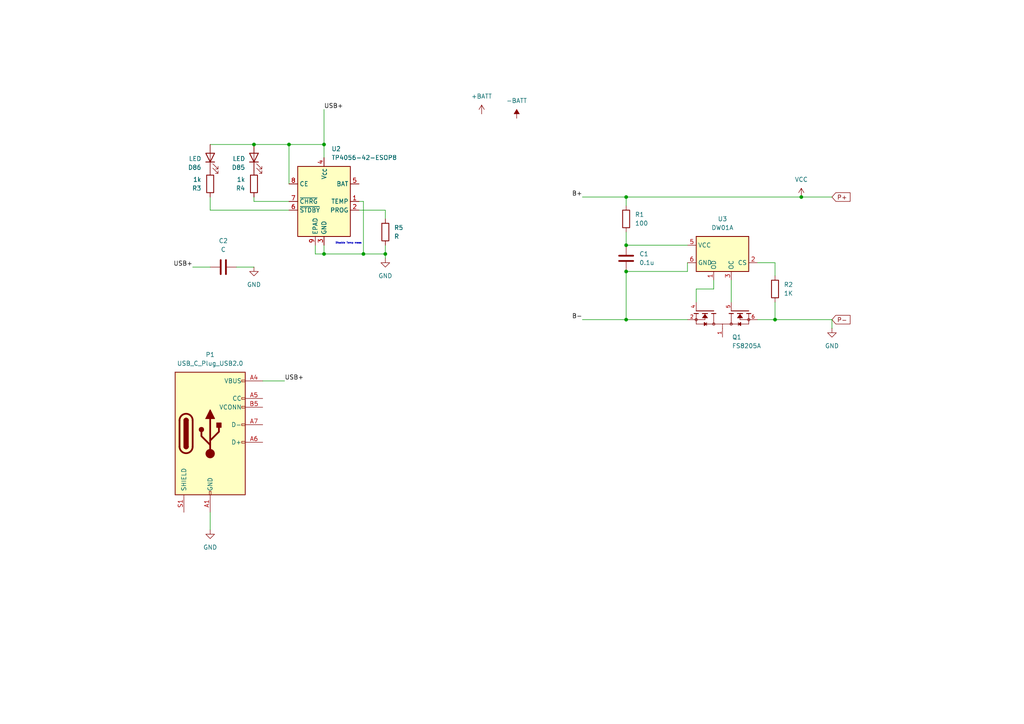
<source format=kicad_sch>
(kicad_sch (version 20250114) (generator "eeschema") (generator_version "9.0")
  (paper "A4")
  (lib_symbols
    (symbol "Battery_Management:DW01A"
      (property "Reference" "U" (at -6.604 6.35 0))
      (property "Value" "DW01A" (at 4.318 6.604 0))
      (symbol "DW01A_0_1"
        (pin power_in line (at -10.16 2.54 0) (length 2.54) (name "VCC") (number "5"))
        (pin power_in line (at -10.16 -2.54 0) (length 2.54) (name "GND") (number "6"))
        (pin output line (at -2.54 -7.62 90) (length 2.54) (name "OD") (number "1"))
        (pin output line (at 2.54 -7.62 90) (length 2.54) (name "OC") (number "3"))
        (pin input line (at 10.16 -2.54 180) (length 2.54) (name "CS") (number "2"))
      )
      (symbol "DW01A_1_1"
        (rectangle (start -7.62 5.08) (end 7.62 -5.08) (stroke (width 0.254)) (fill (type background)))
        (pin no_connect line (at 10.16 2.54 180) (length 2.54) (hide yes) (name "TD") (number "4"))
      )
    )
    (symbol "Battery_Management:TP4056-42-ESOP8"
      (property "Reference" "U" (at -6.604 11.684 0))
      (property "Value" "TP4056-42-ESOP8" (at 10.16 11.684 0))
      (symbol "TP4056-42-ESOP8_1_0"
        (pin input line (at -10.16 5.08 0) (length 2.54) (name "CE") (number "8"))
        (pin open_collector line (at -10.16 0 0) (length 2.54) (name "~{CHRG}") (number "7"))
        (pin open_collector line (at -10.16 -2.54 0) (length 2.54) (name "~{STDBY}") (number "6"))
        (pin passive line (at -2.54 -12.7 90) (length 2.54) (name "EPAD") (number "9"))
        (pin power_in line (at 0 12.7 270) (length 2.54) (name "V_{CC}") (number "4"))
        (pin power_in line (at 0 -12.7 90) (length 2.54) (name "GND") (number "3"))
        (pin power_out line (at 10.16 5.08 180) (length 2.54) (name "BAT") (number "5"))
        (pin input line (at 10.16 0 180) (length 2.54) (name "TEMP") (number "1"))
        (pin passive line (at 10.16 -2.54 180) (length 2.54) (name "PROG") (number "2"))
      )
      (symbol "TP4056-42-ESOP8_1_1"
        (rectangle (start -7.62 10.16) (end 7.62 -10.16) (stroke (width 0.254)) (fill (type background)))
      )
    )
    (symbol "Connector:USB_C_Plug_USB2.0" (pin_names (offset 1.016))
      (property "Reference" "P" (at -10.16 19.05 0))
      (property "Value" "USB_C_Plug_USB2.0" (at 12.7 19.05 0))
      (symbol "USB_C_Plug_USB2.0_0_0"
        (rectangle (start -0.254 -17.78) (end 0.254 -16.764))
        (rectangle (start 10.16 15.494) (end 9.144 14.986))
        (rectangle (start 10.16 10.414) (end 9.144 9.906))
        (rectangle (start 10.16 7.874) (end 9.144 7.366))
        (rectangle (start 10.16 2.794) (end 9.144 2.286))
        (rectangle (start 10.16 -2.286) (end 9.144 -2.794))
      )
      (symbol "USB_C_Plug_USB2.0_0_1"
        (rectangle (start -10.16 17.78) (end 10.16 -17.78) (stroke (width 0.254)) (fill (type background)))
        (polyline (pts (xy -8.89 -3.81) (xy -8.89 3.81)) (stroke (width 0.508)))
        (rectangle (start -7.62 -3.81) (end -6.35 3.81) (stroke (width 0.254)) (fill (type outline)))
        (arc (start -7.62 3.81) (mid -6.985 4.4423) (end -6.35 3.81) (stroke (width 0.254)))
        (arc (start -7.62 3.81) (mid -6.985 4.4423) (end -6.35 3.81) (stroke (width 0.254)) (fill (type outline)))
        (arc (start -8.89 3.81) (mid -6.985 5.7067) (end -5.08 3.81) (stroke (width 0.508)))
        (arc (start -5.08 -3.81) (mid -6.985 -5.7067) (end -8.89 -3.81) (stroke (width 0.508)))
        (arc (start -6.35 -3.81) (mid -6.985 -4.4423) (end -7.62 -3.81) (stroke (width 0.254)))
        (arc (start -6.35 -3.81) (mid -6.985 -4.4423) (end -7.62 -3.81) (stroke (width 0.254)) (fill (type outline)))
        (polyline (pts (xy -5.08 3.81) (xy -5.08 -3.81)) (stroke (width 0.508)))
        (circle (center -2.54 1.143) (radius 0.635) (stroke (width 0.254)) (fill (type outline)))
        (polyline (pts (xy -1.27 4.318) (xy 0 6.858) (xy 1.27 4.318) (xy -1.27 4.318)) (stroke (width 0.254)) (fill (type outline)))
        (polyline (pts (xy 0 -2.032) (xy 2.54 0.508) (xy 2.54 1.778)) (stroke (width 0.508)))
        (polyline (pts (xy 0 -3.302) (xy -2.54 -0.762) (xy -2.54 0.508)) (stroke (width 0.508)))
        (polyline (pts (xy 0 -5.842) (xy 0 4.318)) (stroke (width 0.508)))
        (circle (center 0 -5.842) (radius 1.27) (fill (type outline)))
        (rectangle (start 1.905 1.778) (end 3.175 3.048) (stroke (width 0.254)) (fill (type outline)))
      )
      (symbol "USB_C_Plug_USB2.0_1_1"
        (pin passive line (at -7.62 -22.86 90) (length 5.08) (name "SHIELD") (number "S1"))
        (pin passive line (at 0 -22.86 90) (length 5.08) (name "GND") (number "A1"))
        (pin passive line (at 0 -22.86 90) (length 5.08) (hide yes) (name "GND") (number "A12"))
        (pin passive line (at 0 -22.86 90) (length 5.08) (hide yes) (name "GND") (number "B1"))
        (pin passive line (at 0 -22.86 90) (length 5.08) (hide yes) (name "GND") (number "B12"))
        (pin passive line (at 15.24 15.24 180) (length 5.08) (name "VBUS") (number "A4"))
        (pin passive line (at 15.24 15.24 180) (length 5.08) (hide yes) (name "VBUS") (number "A9"))
        (pin passive line (at 15.24 15.24 180) (length 5.08) (hide yes) (name "VBUS") (number "B4"))
        (pin passive line (at 15.24 15.24 180) (length 5.08) (hide yes) (name "VBUS") (number "B9"))
        (pin bidirectional line (at 15.24 10.16 180) (length 5.08) (name "CC") (number "A5"))
        (pin bidirectional line (at 15.24 7.62 180) (length 5.08) (name "VCONN") (number "B5"))
        (pin bidirectional line (at 15.24 2.54 180) (length 5.08) (name "D-") (number "A7"))
        (pin bidirectional line (at 15.24 -2.54 180) (length 5.08) (name "D+") (number "A6"))
      )
    )
    (symbol "Device:C" (pin_numbers (hide yes)) (pin_names (offset 0.254))
      (property "Reference" "C" (at 0.635 2.54 0))
      (property "Value" "C" (at 0.635 -2.54 0))
      (symbol "C_0_1"
        (polyline (pts (xy -2.032 0.762) (xy 2.032 0.762)) (stroke (width 0.508)))
        (polyline (pts (xy -2.032 -0.762) (xy 2.032 -0.762)) (stroke (width 0.508)))
      )
      (symbol "C_1_1"
        (pin passive line (at 0 3.81 270) (length 2.794) (name "~") (number "1"))
        (pin passive line (at 0 -3.81 90) (length 2.794) (name "~") (number "2"))
      )
    )
    (symbol "Device:LED" (pin_numbers (hide yes)) (pin_names (offset 1.016) (hide yes))
      (property "Reference" "D" (at 0 2.54 0))
      (property "Value" "LED" (at 0 -2.54 0))
      (symbol "LED_0_1"
        (polyline (pts (xy -3.048 -0.762) (xy -4.572 -2.286) (xy -3.81 -2.286) (xy -4.572 -2.286) (xy -4.572 -1.524)))
        (polyline (pts (xy -1.778 -0.762) (xy -3.302 -2.286) (xy -2.54 -2.286) (xy -3.302 -2.286) (xy -3.302 -1.524)))
        (polyline (pts (xy -1.27 0) (xy 1.27 0)))
        (polyline (pts (xy -1.27 -1.27) (xy -1.27 1.27)) (stroke (width 0.254)))
        (polyline (pts (xy 1.27 -1.27) (xy 1.27 1.27) (xy -1.27 0) (xy 1.27 -1.27)) (stroke (width 0.254)))
      )
      (symbol "LED_1_1"
        (pin passive line (at -3.81 0 0) (length 2.54) (name "K") (number "1"))
        (pin passive line (at 3.81 0 180) (length 2.54) (name "A") (number "2"))
      )
    )
    (symbol "Device:R" (pin_numbers (hide yes)) (pin_names (offset 0))
      (property "Reference" "R" (at 2.032 0 90))
      (property "Value" "R" (at 0 0 90))
      (symbol "R_0_1"
        (rectangle (start -1.016 -2.54) (end 1.016 2.54) (stroke (width 0.254)))
      )
      (symbol "R_1_1"
        (pin passive line (at 0 3.81 270) (length 1.27) (name "~") (number "1"))
        (pin passive line (at 0 -3.81 90) (length 1.27) (name "~") (number "2"))
      )
    )
    (symbol "FS8205A:FS8205A" (pin_names (offset 1.016))
      (property "Reference" "Q" (at -11.43 7.62 0))
      (property "Value" "FS8205A" (at -11.43 -12.7 0))
      (symbol "FS8205A_0_0"
        (polyline (pts (xy -2.54 7.62) (xy -2.54 2.54)) (stroke (width 0.254)))
        (polyline (pts (xy -2.54 -2.54) (xy -2.54 -7.62)) (stroke (width 0.254)))
        (polyline (pts (xy -1.778 8.255) (xy -1.778 7.62)) (stroke (width 0.254)))
        (polyline (pts (xy -1.778 7.62) (xy -1.778 6.985)) (stroke (width 0.254)))
        (polyline (pts (xy -1.778 7.62) (xy 1.27 7.62)) (stroke (width 0.1524)))
        (polyline (pts (xy -1.778 5.842) (xy -1.778 5.08)) (stroke (width 0.254)))
        (polyline (pts (xy -1.778 5.08) (xy -1.778 4.318)) (stroke (width 0.254)))
        (polyline (pts (xy -1.778 5.08) (xy 0 5.08)) (stroke (width 0.1524)))
        (polyline (pts (xy -1.778 3.175) (xy -1.778 2.54)) (stroke (width 0.254)))
        (polyline (pts (xy -1.778 2.54) (xy -1.778 1.905)) (stroke (width 0.254)))
        (polyline (pts (xy -1.778 -1.905) (xy -1.778 -2.54)) (stroke (width 0.254)))
        (polyline (pts (xy -1.778 -2.54) (xy -1.778 -3.175)) (stroke (width 0.254)))
        (polyline (pts (xy -1.778 -2.54) (xy 1.27 -2.54)) (stroke (width 0.1524)))
        (polyline (pts (xy -1.778 -4.318) (xy -1.778 -5.08)) (stroke (width 0.254)))
        (polyline (pts (xy -1.778 -5.08) (xy -1.778 -5.842)) (stroke (width 0.254)))
        (polyline (pts (xy -1.778 -5.08) (xy 0 -5.08)) (stroke (width 0.1524)))
        (polyline (pts (xy -1.778 -6.985) (xy -1.778 -7.62)) (stroke (width 0.254)))
        (polyline (pts (xy -1.778 -7.62) (xy -1.778 -8.255)) (stroke (width 0.254)))
        (polyline (pts (xy -1.524 5.08) (xy -0.508 5.842) (xy -0.508 4.318) (xy -1.524 5.08)) (stroke (width 0.1524)) (fill (type outline)))
        (polyline (pts (xy -1.524 -5.08) (xy -0.508 -4.318) (xy -0.508 -5.842) (xy -1.524 -5.08)) (stroke (width 0.1524)) (fill (type outline)))
        (circle (center 0 7.62) (radius 0.3592))
        (polyline (pts (xy 0 7.62) (xy 0 5.08)) (stroke (width 0.1524)))
        (polyline (pts (xy 0 -5.08) (xy 0 -7.62)) (stroke (width 0.1524)))
        (polyline (pts (xy 0 -7.62) (xy -1.778 -7.62)) (stroke (width 0.1524)))
        (polyline (pts (xy 0 -7.62) (xy 1.27 -7.62)) (stroke (width 0.1524)))
        (circle (center 0 -7.62) (radius 0.3592))
        (polyline (pts (xy 0.762 4.572) (xy 1.27 4.572)) (stroke (width 0.1524)))
        (polyline (pts (xy 1.27 4.572) (xy 1.27 7.62)) (stroke (width 0.1524)))
        (polyline (pts (xy 1.27 4.572) (xy 1.778 4.572)) (stroke (width 0.1524)))
        (polyline (pts (xy 1.27 4.572) (xy 1.778 5.334) (xy 0.762 5.334) (xy 1.27 4.572)) (stroke (width 0.1524)) (fill (type outline)))
        (polyline (pts (xy 1.27 2.54) (xy -1.778 2.54)) (stroke (width 0.1524)))
        (polyline (pts (xy 1.27 2.54) (xy 1.27 4.572)) (stroke (width 0.1524)))
        (circle (center 1.27 2.54) (radius 0.3592))
        (polyline (pts (xy 1.27 0) (xy 1.27 2.54)) (stroke (width 0.1524)))
        (polyline (pts (xy 1.27 0) (xy 2.54 0)) (stroke (width 0.1524)))
        (polyline (pts (xy 1.27 -2.54) (xy 1.27 0)) (stroke (width 0.1524)))
        (polyline (pts (xy 1.27 -2.54) (xy 1.27 -4.572)) (stroke (width 0.1524)))
        (circle (center 1.27 -2.54) (radius 0.3592))
        (polyline (pts (xy 1.27 -4.572) (xy 0.762 -4.572)) (stroke (width 0.1524)))
        (polyline (pts (xy 1.27 -4.572) (xy 1.27 -7.62)) (stroke (width 0.1524)))
        (polyline (pts (xy 1.27 -4.572) (xy 0.762 -5.334) (xy 1.778 -5.334) (xy 1.27 -4.572)) (stroke (width 0.1524)) (fill (type outline)))
        (polyline (pts (xy 1.778 -4.572) (xy 1.27 -4.572)) (stroke (width 0.1524)))
        (pin passive line (at -5.08 2.54 0) (length 2.54) (name "~") (number "5"))
        (pin passive line (at -5.08 -7.62 0) (length 2.54) (name "~") (number "4"))
        (pin passive line (at 0 10.16 270) (length 2.54) (name "~") (number "6"))
        (pin passive line (at 0 10.16 270) (length 2.54) (hide yes) (name "~") (number "7"))
        (pin passive line (at 0 -10.16 90) (length 2.54) (name "~") (number "2"))
        (pin passive line (at 0 -10.16 90) (length 2.54) (hide yes) (name "~") (number "3"))
        (pin passive line (at 5.08 0 180) (length 2.54) (name "~") (number "1"))
        (pin passive line (at 5.08 0 180) (length 2.54) (hide yes) (name "~") (number "8"))
      )
    )
    (symbol "power:+BATT" (power) (pin_numbers (hide yes)) (pin_names (offset 0) (hide yes))
      (property "Value" "+BATT" (at 0 3.556 0))
      (symbol "+BATT_0_1"
        (polyline (pts (xy -0.762 1.27) (xy 0 2.54)))
        (polyline (pts (xy 0 2.54) (xy 0.762 1.27)))
        (polyline (pts (xy 0 0) (xy 0 2.54)))
      )
      (symbol "+BATT_1_1"
        (pin power_in line (at 0 0 90) (length 0) (name "~") (number "1"))
      )
    )
    (symbol "power:-BATT" (power) (pin_numbers (hide yes)) (pin_names (offset 0) (hide yes))
      (property "Value" "-BATT" (at 0 3.556 0))
      (symbol "-BATT_0_1"
        (polyline (pts (xy 0 0) (xy 0 2.54)))
        (polyline (pts (xy 0.762 1.27) (xy -0.762 1.27) (xy 0 2.54) (xy 0.762 1.27)) (fill (type outline)))
      )
      (symbol "-BATT_1_1"
        (pin power_in line (at 0 0 90) (length 0) (name "~") (number "1"))
      )
    )
    (symbol "power:GND" (power) (pin_numbers (hide yes)) (pin_names (offset 0) (hide yes))
      (property "Value" "GND" (at 0 -3.81 0))
      (symbol "GND_0_1"
        (polyline (pts (xy 0 0) (xy 0 -1.27) (xy 1.27 -1.27) (xy 0 -2.54) (xy -1.27 -1.27) (xy 0 -1.27)))
      )
      (symbol "GND_1_1"
        (pin power_in line (at 0 0 270) (length 0) (name "~") (number "1"))
      )
    )
    (symbol "power:VCC" (power) (pin_numbers (hide yes)) (pin_names (offset 0) (hide yes))
      (property "Value" "VCC" (at 0 3.556 0))
      (symbol "VCC_0_1"
        (polyline (pts (xy -0.762 1.27) (xy 0 2.54)))
        (polyline (pts (xy 0 2.54) (xy 0.762 1.27)))
        (polyline (pts (xy 0 0) (xy 0 2.54)))
      )
      (symbol "VCC_1_1"
        (pin power_in line (at 0 0 90) (length 0) (name "~") (number "1"))
      )
    )
  )
  (text "Disable Temp meas" (at 101.092 70.612 0) (effects (font (size 0.508 0.508))))
  (junction (at 93.98 73.66))
  (junction (at 83.82 41.91))
  (junction (at 224.79 92.71))
  (junction (at 111.76 73.66))
  (junction (at 181.61 92.71))
  (junction (at 93.98 41.91))
  (junction (at 181.61 78.74))
  (junction (at 232.41 57.15))
  (junction (at 181.61 71.12))
  (junction (at 105.41 73.66))
  (junction (at 181.61 57.15))
  (junction (at 73.66 41.91))
  (wire (pts (xy 181.61 57.15) (xy 181.61 59.69)))
  (wire (pts (xy 224.79 76.2) (xy 224.79 80.01)))
  (wire (pts (xy 93.98 45.72) (xy 93.98 41.91)))
  (wire (pts (xy 83.82 41.91) (xy 83.82 53.34)))
  (wire (pts (xy 60.96 60.96) (xy 83.82 60.96)))
  (wire (pts (xy 93.98 73.66) (xy 105.41 73.66)))
  (wire (pts (xy 60.96 57.15) (xy 60.96 60.96)))
  (wire (pts (xy 60.96 148.59) (xy 60.96 153.67)))
  (wire (pts (xy 55.88 77.47) (xy 60.96 77.47)))
  (wire (pts (xy 105.41 73.66) (xy 111.76 73.66)))
  (wire (pts (xy 181.61 57.15) (xy 232.41 57.15)))
  (wire (pts (xy 68.58 77.47) (xy 73.66 77.47)))
  (wire (pts (xy 181.61 67.31) (xy 181.61 71.12)))
  (wire (pts (xy 181.61 71.12) (xy 199.39 71.12)))
  (wire (pts (xy 104.14 58.42) (xy 105.41 58.42)))
  (wire (pts (xy 91.44 71.12) (xy 91.44 73.66)))
  (wire (pts (xy 76.2 110.49) (xy 82.55 110.49)))
  (wire (pts (xy 73.66 58.42) (xy 83.82 58.42)))
  (wire (pts (xy 224.79 92.71) (xy 241.3 92.71)))
  (wire (pts (xy 73.66 57.15) (xy 73.66 58.42)))
  (wire (pts (xy 219.71 76.2) (xy 224.79 76.2)))
  (wire (pts (xy 73.66 41.91) (xy 60.96 41.91)))
  (wire (pts (xy 111.76 71.12) (xy 111.76 73.66)))
  (wire (pts (xy 91.44 73.66) (xy 93.98 73.66)))
  (wire (pts (xy 93.98 71.12) (xy 93.98 73.66)))
  (wire (pts (xy 181.61 78.74) (xy 199.39 78.74)))
  (wire (pts (xy 207.01 83.82) (xy 207.01 81.28)))
  (wire (pts (xy 168.91 92.71) (xy 181.61 92.71)))
  (wire (pts (xy 83.82 41.91) (xy 93.98 41.91)))
  (wire (pts (xy 111.76 73.66) (xy 111.76 74.93)))
  (wire (pts (xy 219.71 92.71) (xy 224.79 92.71)))
  (wire (pts (xy 212.09 81.28) (xy 212.09 87.63)))
  (wire (pts (xy 232.41 57.15) (xy 241.3 57.15)))
  (wire (pts (xy 241.3 95.25) (xy 241.3 92.71)))
  (wire (pts (xy 199.39 78.74) (xy 199.39 76.2)))
  (wire (pts (xy 201.93 83.82) (xy 207.01 83.82)))
  (wire (pts (xy 168.91 57.15) (xy 181.61 57.15)))
  (wire (pts (xy 224.79 92.71) (xy 224.79 87.63)))
  (wire (pts (xy 105.41 58.42) (xy 105.41 73.66)))
  (wire (pts (xy 104.14 60.96) (xy 111.76 60.96)))
  (wire (pts (xy 181.61 78.74) (xy 181.61 92.71)))
  (wire (pts (xy 73.66 41.91) (xy 83.82 41.91)))
  (wire (pts (xy 93.98 31.75) (xy 93.98 41.91)))
  (wire (pts (xy 201.93 87.63) (xy 201.93 83.82)))
  (wire (pts (xy 181.61 92.71) (xy 199.39 92.71)))
  (wire (pts (xy 111.76 60.96) (xy 111.76 63.5)))
  (label "B-" (at 168.91 92.71 180))
  (label "USB+" (at 82.55 110.49 0))
  (label "B+" (at 168.91 57.15 180))
  (label "USB+" (at 55.88 77.47 180))
  (label "USB+" (at 93.98 31.75 0))
  (global_label "P+" (shape input) (at 241.3 57.15 0) (property "Intersheetrefs" "${INTERSHEET_REFS}" (effects (hide yes))))
  (global_label "P-" (shape input) (at 241.3 92.71 0) (property "Intersheetrefs" "${INTERSHEET_REFS}" (effects (hide yes))))
  (symbol (lib_id "Battery_Management:DW01A") (at 209.55 73.66 0) (unit 1)
    (property "Reference" "U3" (at 209.55 63.5 0))
    (property "Value" "DW01A" (at 209.55 66.04 0))
    (property "Footprint" "Package_TO_SOT_SMD:SOT-23-6" (effects (hide yes)))
    (property "Datasheet" "https://hmsemi.com/downfile/DW01A.PDF" (effects (hide yes)))
    (property "Description" "Overcharge, overcurrent and overdischarge protection IC for single cell lithium-ion/polymer battery" (effects (hide yes)))
  )
  (symbol (lib_id "Connector:USB_C_Plug_USB2.0") (at 60.96 125.73 0) (unit 1)
    (property "Reference" "P1" (at 60.96 102.87 0))
    (property "Value" "USB_C_Plug_USB2.0" (at 60.96 105.41 0))
    (property "Datasheet" "https://www.usb.org/sites/default/files/documents/usb_type-c.zip" (effects (hide yes)))
    (property "Description" "USB 2.0-only Type-C Plug connector" (effects (hide yes)))
  )
  (symbol (lib_id "Device:R") (at 111.76 67.31 0) (unit 1)
    (property "Reference" "R5" (at 114.3 66.0399 0) (effects (justify left)))
    (property "Value" "R" (at 114.3 68.5799 0) (effects (justify left)))
    (property "Description" "Resistor" (effects (hide yes)))
  )
  (symbol (lib_id "Device:R") (at 73.66 53.34 180) (unit 1)
    (property "Reference" "R4" (at 71.12 54.6101 0) (effects (justify left)))
    (property "Value" "1k" (at 71.12 52.0701 0) (effects (justify left)))
    (property "Description" "Resistor" (effects (hide yes)))
  )
  (symbol (lib_id "power:-BATT") (at 149.86 34.29 0) (unit 1)
    (property "Reference" "#PWR03" (effects (hide yes)))
    (property "Value" "-BATT" (at 149.86 29.21 0))
    (property "Description" "Power symbol creates a global label with name \"-BATT\"" (effects (hide yes)))
  )
  (symbol (lib_id "Device:C") (at 64.77 77.47 270) (unit 1)
    (property "Reference" "C2" (at 64.77 69.85 90))
    (property "Value" "C" (at 64.77 72.39 90))
    (property "Description" "Unpolarized capacitor" (effects (hide yes)))
  )
  (symbol (lib_id "power:VCC") (at 232.41 57.15 0) (unit 1)
    (property "Reference" "#PWR02" (effects (hide yes)))
    (property "Value" "VCC" (at 232.41 52.07 0))
    (property "Description" "Power symbol creates a global label with name \"VCC\"" (effects (hide yes)))
  )
  (symbol (lib_id "power:GND") (at 60.96 153.67 0) (unit 1)
    (property "Reference" "#PWR07" (effects (hide yes)))
    (property "Value" "GND" (at 60.96 158.75 0))
    (property "Description" "Power symbol creates a global label with name \"GND\" , ground" (effects (hide yes)))
  )
  (symbol (lib_id "Device:LED") (at 73.66 45.72 90) (unit 1)
    (property "Reference" "D85" (at 71.12 48.5776 90) (effects (justify left)))
    (property "Value" "LED" (at 71.12 46.0376 90) (effects (justify left)))
    (property "Description" "Light emitting diode" (effects (hide yes)))
    (property "Sim.Pins" "1=K 2=A" (effects (hide yes)))
  )
  (symbol (lib_id "Device:R") (at 181.61 63.5 0) (unit 1)
    (property "Reference" "R1" (at 184.15 62.2299 0) (effects (justify left)))
    (property "Value" "100" (at 184.15 64.7699 0) (effects (justify left)))
    (property "Description" "Resistor" (effects (hide yes)))
  )
  (symbol (lib_id "Battery_Management:TP4056-42-ESOP8") (at 93.98 58.42 0) (unit 1)
    (property "Reference" "U2" (at 96.1233 43.18 0) (effects (justify left)))
    (property "Value" "TP4056-42-ESOP8" (at 96.1233 45.72 0) (effects (justify left)))
    (property "Footprint" "Package_SO:SOIC-8-1EP_3.9x4.9mm_P1.27mm_EP2.41x3.3mm_ThermalVias" (effects (hide yes)))
    (property "Datasheet" "https://www.lcsc.com/datasheet/lcsc_datasheet_2410121619_TOPPOWER-Nanjing-Extension-Microelectronics-TP4056-42-ESOP8_C16581.pdf" (effects (hide yes)))
    (property "Description" "1A Standalone Linear Li-ion/LiPo single-cell battery charger, 4.2V ±1% charge voltage, VCC = 4.0..8.0V, SOIC-8 (SOP-8)" (effects (hide yes)))
  )
  (symbol (lib_id "FS8205A:FS8205A") (at 209.55 92.71 270) (unit 1)
    (property "Reference" "Q1" (at 212.3187 97.79 90) (effects (justify left)))
    (property "Value" "FS8205A" (at 212.3187 100.33 90) (effects (justify left)))
    (property "Footprint" "FS8205A:SOP65P640X120-8N" (effects (hide yes)))
    (property "MF" "Fortune Semiconductor" (effects (hide yes)))
    (property "MAXIMUM_PACKAGE_HEIGHT" "1.2mm" (effects (hide yes)))
    (property "Package" "Package" (effects (hide yes)))
    (property "Price" "None" (effects (hide yes)))
    (property "Check_prices" "https://www.snapeda.com/parts/FS8205A/Fortune+Semiconductor/view-part/?ref=eda" (effects (hide yes)))
    (property "STANDARD" "IPC 7351B" (effects (hide yes)))
    (property "PARTREV" "1.7" (effects (hide yes)))
    (property "SnapEDA_Link" "https://www.snapeda.com/parts/FS8205A/Fortune+Semiconductor/view-part/?ref=snap" (effects (hide yes)))
    (property "MP" "FS8205A" (effects (hide yes)))
    (property "Availability" "In Stock" (effects (hide yes)))
    (property "MANUFACTURER" "Fortune Semiconductor" (effects (hide yes)))
  )
  (symbol (lib_id "power:+BATT") (at 139.7 33.02 0) (unit 1)
    (property "Reference" "#PWR01" (effects (hide yes)))
    (property "Value" "+BATT" (at 139.7 27.94 0))
    (property "Description" "Power symbol creates a global label with name \"+BATT\"" (effects (hide yes)))
  )
  (symbol (lib_id "Device:LED") (at 60.96 45.72 90) (unit 1)
    (property "Reference" "D86" (at 58.42 48.5776 90) (effects (justify left)))
    (property "Value" "LED" (at 58.42 46.0376 90) (effects (justify left)))
    (property "Description" "Light emitting diode" (effects (hide yes)))
    (property "Sim.Pins" "1=K 2=A" (effects (hide yes)))
  )
  (symbol (lib_id "Device:R") (at 224.79 83.82 0) (unit 1)
    (property "Reference" "R2" (at 227.33 82.5499 0) (effects (justify left)))
    (property "Value" "1K" (at 227.33 85.0899 0) (effects (justify left)))
    (property "Description" "Resistor" (effects (hide yes)))
  )
  (symbol (lib_id "Device:C") (at 181.61 74.93 0) (unit 1)
    (property "Reference" "C1" (at 185.42 73.6599 0) (effects (justify left)))
    (property "Value" "0.1u" (at 185.42 76.1999 0) (effects (justify left)))
    (property "Description" "Unpolarized capacitor" (effects (hide yes)))
  )
  (symbol (lib_id "power:GND") (at 241.3 95.25 0) (unit 1)
    (property "Reference" "#PWR04" (effects (hide yes)))
    (property "Value" "GND" (at 241.3 100.33 0))
    (property "Description" "Power symbol creates a global label with name \"GND\" , ground" (effects (hide yes)))
  )
  (symbol (lib_id "power:GND") (at 111.76 74.93 0) (unit 1)
    (property "Reference" "#PWR05" (effects (hide yes)))
    (property "Value" "GND" (at 111.76 80.01 0))
    (property "Description" "Power symbol creates a global label with name \"GND\" , ground" (effects (hide yes)))
  )
  (symbol (lib_id "power:GND") (at 73.66 77.47 0) (unit 1)
    (property "Reference" "#PWR06" (effects (hide yes)))
    (property "Value" "GND" (at 73.66 82.55 0))
    (property "Description" "Power symbol creates a global label with name \"GND\" , ground" (effects (hide yes)))
  )
  (symbol (lib_id "Device:R") (at 60.96 53.34 180) (unit 1)
    (property "Reference" "R3" (at 58.42 54.6101 0) (effects (justify left)))
    (property "Value" "1k" (at 58.42 52.0701 0) (effects (justify left)))
    (property "Description" "Resistor" (effects (hide yes)))
  )
)
</source>
